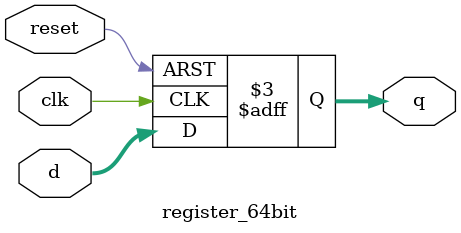
<source format=v>
`timescale 1ns/10ps
module register_64bit (
    input wire clk,             // Clock signal
    input wire reset,           // Reset signal (active high)
    input wire [63:0] d,        // Data input
    output reg [63:0] q         // Data output
);

    // Sequential logic: Update data on rising clock edge
    always @(posedge clk or negedge reset) begin
        if (!reset) begin
            q <= 64'b0;         // Reset the register to 0
        end else begin
            q <= d;             // Update the register value with input data
        end
    end

endmodule

</source>
